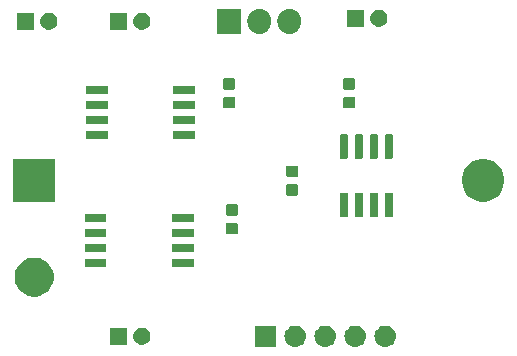
<source format=gbr>
G04 #@! TF.GenerationSoftware,KiCad,Pcbnew,(5.1.2)-2*
G04 #@! TF.CreationDate,2020-08-07T23:42:32+09:00*
G04 #@! TF.ProjectId,IRRemo,49525265-6d6f-42e6-9b69-6361645f7063,rev?*
G04 #@! TF.SameCoordinates,Original*
G04 #@! TF.FileFunction,Soldermask,Top*
G04 #@! TF.FilePolarity,Negative*
%FSLAX46Y46*%
G04 Gerber Fmt 4.6, Leading zero omitted, Abs format (unit mm)*
G04 Created by KiCad (PCBNEW (5.1.2)-2) date 2020-08-07 23:42:32*
%MOMM*%
%LPD*%
G04 APERTURE LIST*
%ADD10C,0.100000*%
G04 APERTURE END LIST*
D10*
G36*
X139302442Y-125343518D02*
G01*
X139368627Y-125350037D01*
X139538466Y-125401557D01*
X139694991Y-125485222D01*
X139727620Y-125512000D01*
X139832186Y-125597814D01*
X139915448Y-125699271D01*
X139944778Y-125735009D01*
X140028443Y-125891534D01*
X140079963Y-126061373D01*
X140097359Y-126238000D01*
X140079963Y-126414627D01*
X140028443Y-126584466D01*
X139944778Y-126740991D01*
X139915448Y-126776729D01*
X139832186Y-126878186D01*
X139740420Y-126953495D01*
X139694991Y-126990778D01*
X139538466Y-127074443D01*
X139368627Y-127125963D01*
X139302442Y-127132482D01*
X139236260Y-127139000D01*
X139147740Y-127139000D01*
X139081558Y-127132482D01*
X139015373Y-127125963D01*
X138845534Y-127074443D01*
X138689009Y-126990778D01*
X138643580Y-126953495D01*
X138551814Y-126878186D01*
X138468552Y-126776729D01*
X138439222Y-126740991D01*
X138355557Y-126584466D01*
X138304037Y-126414627D01*
X138286641Y-126238000D01*
X138304037Y-126061373D01*
X138355557Y-125891534D01*
X138439222Y-125735009D01*
X138468552Y-125699271D01*
X138551814Y-125597814D01*
X138656380Y-125512000D01*
X138689009Y-125485222D01*
X138845534Y-125401557D01*
X139015373Y-125350037D01*
X139081558Y-125343518D01*
X139147740Y-125337000D01*
X139236260Y-125337000D01*
X139302442Y-125343518D01*
X139302442Y-125343518D01*
G37*
G36*
X136762442Y-125343518D02*
G01*
X136828627Y-125350037D01*
X136998466Y-125401557D01*
X137154991Y-125485222D01*
X137187620Y-125512000D01*
X137292186Y-125597814D01*
X137375448Y-125699271D01*
X137404778Y-125735009D01*
X137488443Y-125891534D01*
X137539963Y-126061373D01*
X137557359Y-126238000D01*
X137539963Y-126414627D01*
X137488443Y-126584466D01*
X137404778Y-126740991D01*
X137375448Y-126776729D01*
X137292186Y-126878186D01*
X137200420Y-126953495D01*
X137154991Y-126990778D01*
X136998466Y-127074443D01*
X136828627Y-127125963D01*
X136762442Y-127132482D01*
X136696260Y-127139000D01*
X136607740Y-127139000D01*
X136541558Y-127132482D01*
X136475373Y-127125963D01*
X136305534Y-127074443D01*
X136149009Y-126990778D01*
X136103580Y-126953495D01*
X136011814Y-126878186D01*
X135928552Y-126776729D01*
X135899222Y-126740991D01*
X135815557Y-126584466D01*
X135764037Y-126414627D01*
X135746641Y-126238000D01*
X135764037Y-126061373D01*
X135815557Y-125891534D01*
X135899222Y-125735009D01*
X135928552Y-125699271D01*
X136011814Y-125597814D01*
X136116380Y-125512000D01*
X136149009Y-125485222D01*
X136305534Y-125401557D01*
X136475373Y-125350037D01*
X136541558Y-125343518D01*
X136607740Y-125337000D01*
X136696260Y-125337000D01*
X136762442Y-125343518D01*
X136762442Y-125343518D01*
G37*
G36*
X129933000Y-127139000D02*
G01*
X128131000Y-127139000D01*
X128131000Y-125337000D01*
X129933000Y-125337000D01*
X129933000Y-127139000D01*
X129933000Y-127139000D01*
G37*
G36*
X134222442Y-125343518D02*
G01*
X134288627Y-125350037D01*
X134458466Y-125401557D01*
X134614991Y-125485222D01*
X134647620Y-125512000D01*
X134752186Y-125597814D01*
X134835448Y-125699271D01*
X134864778Y-125735009D01*
X134948443Y-125891534D01*
X134999963Y-126061373D01*
X135017359Y-126238000D01*
X134999963Y-126414627D01*
X134948443Y-126584466D01*
X134864778Y-126740991D01*
X134835448Y-126776729D01*
X134752186Y-126878186D01*
X134660420Y-126953495D01*
X134614991Y-126990778D01*
X134458466Y-127074443D01*
X134288627Y-127125963D01*
X134222442Y-127132482D01*
X134156260Y-127139000D01*
X134067740Y-127139000D01*
X134001558Y-127132482D01*
X133935373Y-127125963D01*
X133765534Y-127074443D01*
X133609009Y-126990778D01*
X133563580Y-126953495D01*
X133471814Y-126878186D01*
X133388552Y-126776729D01*
X133359222Y-126740991D01*
X133275557Y-126584466D01*
X133224037Y-126414627D01*
X133206641Y-126238000D01*
X133224037Y-126061373D01*
X133275557Y-125891534D01*
X133359222Y-125735009D01*
X133388552Y-125699271D01*
X133471814Y-125597814D01*
X133576380Y-125512000D01*
X133609009Y-125485222D01*
X133765534Y-125401557D01*
X133935373Y-125350037D01*
X134001558Y-125343518D01*
X134067740Y-125337000D01*
X134156260Y-125337000D01*
X134222442Y-125343518D01*
X134222442Y-125343518D01*
G37*
G36*
X131682442Y-125343518D02*
G01*
X131748627Y-125350037D01*
X131918466Y-125401557D01*
X132074991Y-125485222D01*
X132107620Y-125512000D01*
X132212186Y-125597814D01*
X132295448Y-125699271D01*
X132324778Y-125735009D01*
X132408443Y-125891534D01*
X132459963Y-126061373D01*
X132477359Y-126238000D01*
X132459963Y-126414627D01*
X132408443Y-126584466D01*
X132324778Y-126740991D01*
X132295448Y-126776729D01*
X132212186Y-126878186D01*
X132120420Y-126953495D01*
X132074991Y-126990778D01*
X131918466Y-127074443D01*
X131748627Y-127125963D01*
X131682442Y-127132482D01*
X131616260Y-127139000D01*
X131527740Y-127139000D01*
X131461558Y-127132482D01*
X131395373Y-127125963D01*
X131225534Y-127074443D01*
X131069009Y-126990778D01*
X131023580Y-126953495D01*
X130931814Y-126878186D01*
X130848552Y-126776729D01*
X130819222Y-126740991D01*
X130735557Y-126584466D01*
X130684037Y-126414627D01*
X130666641Y-126238000D01*
X130684037Y-126061373D01*
X130735557Y-125891534D01*
X130819222Y-125735009D01*
X130848552Y-125699271D01*
X130931814Y-125597814D01*
X131036380Y-125512000D01*
X131069009Y-125485222D01*
X131225534Y-125401557D01*
X131395373Y-125350037D01*
X131461558Y-125343518D01*
X131527740Y-125337000D01*
X131616260Y-125337000D01*
X131682442Y-125343518D01*
X131682442Y-125343518D01*
G37*
G36*
X118657213Y-125515502D02*
G01*
X118728321Y-125522505D01*
X118865172Y-125564019D01*
X118865175Y-125564020D01*
X118991294Y-125631432D01*
X119101843Y-125722157D01*
X119192568Y-125832706D01*
X119259980Y-125958825D01*
X119259981Y-125958828D01*
X119301495Y-126095679D01*
X119315512Y-126238000D01*
X119301495Y-126380321D01*
X119291088Y-126414627D01*
X119259980Y-126517175D01*
X119192568Y-126643294D01*
X119101843Y-126753843D01*
X118991294Y-126844568D01*
X118865175Y-126911980D01*
X118865172Y-126911981D01*
X118728321Y-126953495D01*
X118657213Y-126960498D01*
X118621660Y-126964000D01*
X118550340Y-126964000D01*
X118514787Y-126960498D01*
X118443679Y-126953495D01*
X118306828Y-126911981D01*
X118306825Y-126911980D01*
X118180706Y-126844568D01*
X118070157Y-126753843D01*
X117979432Y-126643294D01*
X117912020Y-126517175D01*
X117880912Y-126414627D01*
X117870505Y-126380321D01*
X117856488Y-126238000D01*
X117870505Y-126095679D01*
X117912019Y-125958828D01*
X117912020Y-125958825D01*
X117979432Y-125832706D01*
X118070157Y-125722157D01*
X118180706Y-125631432D01*
X118306825Y-125564020D01*
X118306828Y-125564019D01*
X118443679Y-125522505D01*
X118514787Y-125515502D01*
X118550340Y-125512000D01*
X118621660Y-125512000D01*
X118657213Y-125515502D01*
X118657213Y-125515502D01*
G37*
G36*
X117312000Y-126964000D02*
G01*
X115860000Y-126964000D01*
X115860000Y-125512000D01*
X117312000Y-125512000D01*
X117312000Y-126964000D01*
X117312000Y-126964000D01*
G37*
G36*
X109849256Y-119621298D02*
G01*
X109955579Y-119642447D01*
X110256042Y-119766903D01*
X110526451Y-119947585D01*
X110756415Y-120177549D01*
X110937097Y-120447958D01*
X111061553Y-120748421D01*
X111125000Y-121067391D01*
X111125000Y-121392609D01*
X111061553Y-121711579D01*
X110937097Y-122012042D01*
X110756415Y-122282451D01*
X110526451Y-122512415D01*
X110256042Y-122693097D01*
X109955579Y-122817553D01*
X109849256Y-122838702D01*
X109636611Y-122881000D01*
X109311389Y-122881000D01*
X109098744Y-122838702D01*
X108992421Y-122817553D01*
X108691958Y-122693097D01*
X108421549Y-122512415D01*
X108191585Y-122282451D01*
X108010903Y-122012042D01*
X107886447Y-121711579D01*
X107823000Y-121392609D01*
X107823000Y-121067391D01*
X107886447Y-120748421D01*
X108010903Y-120447958D01*
X108191585Y-120177549D01*
X108421549Y-119947585D01*
X108691958Y-119766903D01*
X108992421Y-119642447D01*
X109098744Y-119621298D01*
X109311389Y-119579000D01*
X109636611Y-119579000D01*
X109849256Y-119621298D01*
X109849256Y-119621298D01*
G37*
G36*
X122990000Y-120341000D02*
G01*
X121138000Y-120341000D01*
X121138000Y-119689000D01*
X122990000Y-119689000D01*
X122990000Y-120341000D01*
X122990000Y-120341000D01*
G37*
G36*
X115590000Y-120341000D02*
G01*
X113738000Y-120341000D01*
X113738000Y-119689000D01*
X115590000Y-119689000D01*
X115590000Y-120341000D01*
X115590000Y-120341000D01*
G37*
G36*
X115590000Y-119071000D02*
G01*
X113738000Y-119071000D01*
X113738000Y-118419000D01*
X115590000Y-118419000D01*
X115590000Y-119071000D01*
X115590000Y-119071000D01*
G37*
G36*
X122990000Y-119071000D02*
G01*
X121138000Y-119071000D01*
X121138000Y-118419000D01*
X122990000Y-118419000D01*
X122990000Y-119071000D01*
X122990000Y-119071000D01*
G37*
G36*
X115590000Y-117801000D02*
G01*
X113738000Y-117801000D01*
X113738000Y-117149000D01*
X115590000Y-117149000D01*
X115590000Y-117801000D01*
X115590000Y-117801000D01*
G37*
G36*
X122990000Y-117801000D02*
G01*
X121138000Y-117801000D01*
X121138000Y-117149000D01*
X122990000Y-117149000D01*
X122990000Y-117801000D01*
X122990000Y-117801000D01*
G37*
G36*
X126591591Y-116635085D02*
G01*
X126625569Y-116645393D01*
X126656890Y-116662134D01*
X126684339Y-116684661D01*
X126706866Y-116712110D01*
X126723607Y-116743431D01*
X126733915Y-116777409D01*
X126738000Y-116818890D01*
X126738000Y-117420110D01*
X126733915Y-117461591D01*
X126723607Y-117495569D01*
X126706866Y-117526890D01*
X126684339Y-117554339D01*
X126656890Y-117576866D01*
X126625569Y-117593607D01*
X126591591Y-117603915D01*
X126550110Y-117608000D01*
X125873890Y-117608000D01*
X125832409Y-117603915D01*
X125798431Y-117593607D01*
X125767110Y-117576866D01*
X125739661Y-117554339D01*
X125717134Y-117526890D01*
X125700393Y-117495569D01*
X125690085Y-117461591D01*
X125686000Y-117420110D01*
X125686000Y-116818890D01*
X125690085Y-116777409D01*
X125700393Y-116743431D01*
X125717134Y-116712110D01*
X125739661Y-116684661D01*
X125767110Y-116662134D01*
X125798431Y-116645393D01*
X125832409Y-116635085D01*
X125873890Y-116631000D01*
X126550110Y-116631000D01*
X126591591Y-116635085D01*
X126591591Y-116635085D01*
G37*
G36*
X115590000Y-116531000D02*
G01*
X113738000Y-116531000D01*
X113738000Y-115879000D01*
X115590000Y-115879000D01*
X115590000Y-116531000D01*
X115590000Y-116531000D01*
G37*
G36*
X122990000Y-116531000D02*
G01*
X121138000Y-116531000D01*
X121138000Y-115879000D01*
X122990000Y-115879000D01*
X122990000Y-116531000D01*
X122990000Y-116531000D01*
G37*
G36*
X135957928Y-114100764D02*
G01*
X135979009Y-114107160D01*
X135998445Y-114117548D01*
X136015476Y-114131524D01*
X136029452Y-114148555D01*
X136039840Y-114167991D01*
X136046236Y-114189072D01*
X136049000Y-114217140D01*
X136049000Y-116030860D01*
X136046236Y-116058928D01*
X136039840Y-116080009D01*
X136029452Y-116099445D01*
X136015476Y-116116476D01*
X135998445Y-116130452D01*
X135979009Y-116140840D01*
X135957928Y-116147236D01*
X135929860Y-116150000D01*
X135466140Y-116150000D01*
X135438072Y-116147236D01*
X135416991Y-116140840D01*
X135397555Y-116130452D01*
X135380524Y-116116476D01*
X135366548Y-116099445D01*
X135356160Y-116080009D01*
X135349764Y-116058928D01*
X135347000Y-116030860D01*
X135347000Y-114217140D01*
X135349764Y-114189072D01*
X135356160Y-114167991D01*
X135366548Y-114148555D01*
X135380524Y-114131524D01*
X135397555Y-114117548D01*
X135416991Y-114107160D01*
X135438072Y-114100764D01*
X135466140Y-114098000D01*
X135929860Y-114098000D01*
X135957928Y-114100764D01*
X135957928Y-114100764D01*
G37*
G36*
X139767928Y-114100764D02*
G01*
X139789009Y-114107160D01*
X139808445Y-114117548D01*
X139825476Y-114131524D01*
X139839452Y-114148555D01*
X139849840Y-114167991D01*
X139856236Y-114189072D01*
X139859000Y-114217140D01*
X139859000Y-116030860D01*
X139856236Y-116058928D01*
X139849840Y-116080009D01*
X139839452Y-116099445D01*
X139825476Y-116116476D01*
X139808445Y-116130452D01*
X139789009Y-116140840D01*
X139767928Y-116147236D01*
X139739860Y-116150000D01*
X139276140Y-116150000D01*
X139248072Y-116147236D01*
X139226991Y-116140840D01*
X139207555Y-116130452D01*
X139190524Y-116116476D01*
X139176548Y-116099445D01*
X139166160Y-116080009D01*
X139159764Y-116058928D01*
X139157000Y-116030860D01*
X139157000Y-114217140D01*
X139159764Y-114189072D01*
X139166160Y-114167991D01*
X139176548Y-114148555D01*
X139190524Y-114131524D01*
X139207555Y-114117548D01*
X139226991Y-114107160D01*
X139248072Y-114100764D01*
X139276140Y-114098000D01*
X139739860Y-114098000D01*
X139767928Y-114100764D01*
X139767928Y-114100764D01*
G37*
G36*
X138497928Y-114100764D02*
G01*
X138519009Y-114107160D01*
X138538445Y-114117548D01*
X138555476Y-114131524D01*
X138569452Y-114148555D01*
X138579840Y-114167991D01*
X138586236Y-114189072D01*
X138589000Y-114217140D01*
X138589000Y-116030860D01*
X138586236Y-116058928D01*
X138579840Y-116080009D01*
X138569452Y-116099445D01*
X138555476Y-116116476D01*
X138538445Y-116130452D01*
X138519009Y-116140840D01*
X138497928Y-116147236D01*
X138469860Y-116150000D01*
X138006140Y-116150000D01*
X137978072Y-116147236D01*
X137956991Y-116140840D01*
X137937555Y-116130452D01*
X137920524Y-116116476D01*
X137906548Y-116099445D01*
X137896160Y-116080009D01*
X137889764Y-116058928D01*
X137887000Y-116030860D01*
X137887000Y-114217140D01*
X137889764Y-114189072D01*
X137896160Y-114167991D01*
X137906548Y-114148555D01*
X137920524Y-114131524D01*
X137937555Y-114117548D01*
X137956991Y-114107160D01*
X137978072Y-114100764D01*
X138006140Y-114098000D01*
X138469860Y-114098000D01*
X138497928Y-114100764D01*
X138497928Y-114100764D01*
G37*
G36*
X137227928Y-114100764D02*
G01*
X137249009Y-114107160D01*
X137268445Y-114117548D01*
X137285476Y-114131524D01*
X137299452Y-114148555D01*
X137309840Y-114167991D01*
X137316236Y-114189072D01*
X137319000Y-114217140D01*
X137319000Y-116030860D01*
X137316236Y-116058928D01*
X137309840Y-116080009D01*
X137299452Y-116099445D01*
X137285476Y-116116476D01*
X137268445Y-116130452D01*
X137249009Y-116140840D01*
X137227928Y-116147236D01*
X137199860Y-116150000D01*
X136736140Y-116150000D01*
X136708072Y-116147236D01*
X136686991Y-116140840D01*
X136667555Y-116130452D01*
X136650524Y-116116476D01*
X136636548Y-116099445D01*
X136626160Y-116080009D01*
X136619764Y-116058928D01*
X136617000Y-116030860D01*
X136617000Y-114217140D01*
X136619764Y-114189072D01*
X136626160Y-114167991D01*
X136636548Y-114148555D01*
X136650524Y-114131524D01*
X136667555Y-114117548D01*
X136686991Y-114107160D01*
X136708072Y-114100764D01*
X136736140Y-114098000D01*
X137199860Y-114098000D01*
X137227928Y-114100764D01*
X137227928Y-114100764D01*
G37*
G36*
X126591591Y-115060085D02*
G01*
X126625569Y-115070393D01*
X126656890Y-115087134D01*
X126684339Y-115109661D01*
X126706866Y-115137110D01*
X126723607Y-115168431D01*
X126733915Y-115202409D01*
X126738000Y-115243890D01*
X126738000Y-115845110D01*
X126733915Y-115886591D01*
X126723607Y-115920569D01*
X126706866Y-115951890D01*
X126684339Y-115979339D01*
X126656890Y-116001866D01*
X126625569Y-116018607D01*
X126591591Y-116028915D01*
X126550110Y-116033000D01*
X125873890Y-116033000D01*
X125832409Y-116028915D01*
X125798431Y-116018607D01*
X125767110Y-116001866D01*
X125739661Y-115979339D01*
X125717134Y-115951890D01*
X125700393Y-115920569D01*
X125690085Y-115886591D01*
X125686000Y-115845110D01*
X125686000Y-115243890D01*
X125690085Y-115202409D01*
X125700393Y-115168431D01*
X125717134Y-115137110D01*
X125739661Y-115109661D01*
X125767110Y-115087134D01*
X125798431Y-115070393D01*
X125832409Y-115060085D01*
X125873890Y-115056000D01*
X126550110Y-115056000D01*
X126591591Y-115060085D01*
X126591591Y-115060085D01*
G37*
G36*
X111275000Y-114831000D02*
G01*
X107673000Y-114831000D01*
X107673000Y-111229000D01*
X111275000Y-111229000D01*
X111275000Y-114831000D01*
X111275000Y-114831000D01*
G37*
G36*
X147999331Y-111298211D02*
G01*
X148327092Y-111433974D01*
X148622070Y-111631072D01*
X148872928Y-111881930D01*
X149070026Y-112176908D01*
X149205789Y-112504669D01*
X149275000Y-112852616D01*
X149275000Y-113207384D01*
X149205789Y-113555331D01*
X149070026Y-113883092D01*
X148872928Y-114178070D01*
X148622070Y-114428928D01*
X148327092Y-114626026D01*
X147999331Y-114761789D01*
X147651384Y-114831000D01*
X147296616Y-114831000D01*
X146948669Y-114761789D01*
X146620908Y-114626026D01*
X146325930Y-114428928D01*
X146075072Y-114178070D01*
X145877974Y-113883092D01*
X145742211Y-113555331D01*
X145673000Y-113207384D01*
X145673000Y-112852616D01*
X145742211Y-112504669D01*
X145877974Y-112176908D01*
X146075072Y-111881930D01*
X146325930Y-111631072D01*
X146620908Y-111433974D01*
X146948669Y-111298211D01*
X147296616Y-111229000D01*
X147651384Y-111229000D01*
X147999331Y-111298211D01*
X147999331Y-111298211D01*
G37*
G36*
X131697591Y-113359085D02*
G01*
X131731569Y-113369393D01*
X131762890Y-113386134D01*
X131790339Y-113408661D01*
X131812866Y-113436110D01*
X131829607Y-113467431D01*
X131839915Y-113501409D01*
X131844000Y-113542890D01*
X131844000Y-114144110D01*
X131839915Y-114185591D01*
X131829607Y-114219569D01*
X131812866Y-114250890D01*
X131790339Y-114278339D01*
X131762890Y-114300866D01*
X131731569Y-114317607D01*
X131697591Y-114327915D01*
X131656110Y-114332000D01*
X130979890Y-114332000D01*
X130938409Y-114327915D01*
X130904431Y-114317607D01*
X130873110Y-114300866D01*
X130845661Y-114278339D01*
X130823134Y-114250890D01*
X130806393Y-114219569D01*
X130796085Y-114185591D01*
X130792000Y-114144110D01*
X130792000Y-113542890D01*
X130796085Y-113501409D01*
X130806393Y-113467431D01*
X130823134Y-113436110D01*
X130845661Y-113408661D01*
X130873110Y-113386134D01*
X130904431Y-113369393D01*
X130938409Y-113359085D01*
X130979890Y-113355000D01*
X131656110Y-113355000D01*
X131697591Y-113359085D01*
X131697591Y-113359085D01*
G37*
G36*
X131697591Y-111784085D02*
G01*
X131731569Y-111794393D01*
X131762890Y-111811134D01*
X131790339Y-111833661D01*
X131812866Y-111861110D01*
X131829607Y-111892431D01*
X131839915Y-111926409D01*
X131844000Y-111967890D01*
X131844000Y-112569110D01*
X131839915Y-112610591D01*
X131829607Y-112644569D01*
X131812866Y-112675890D01*
X131790339Y-112703339D01*
X131762890Y-112725866D01*
X131731569Y-112742607D01*
X131697591Y-112752915D01*
X131656110Y-112757000D01*
X130979890Y-112757000D01*
X130938409Y-112752915D01*
X130904431Y-112742607D01*
X130873110Y-112725866D01*
X130845661Y-112703339D01*
X130823134Y-112675890D01*
X130806393Y-112644569D01*
X130796085Y-112610591D01*
X130792000Y-112569110D01*
X130792000Y-111967890D01*
X130796085Y-111926409D01*
X130806393Y-111892431D01*
X130823134Y-111861110D01*
X130845661Y-111833661D01*
X130873110Y-111811134D01*
X130904431Y-111794393D01*
X130938409Y-111784085D01*
X130979890Y-111780000D01*
X131656110Y-111780000D01*
X131697591Y-111784085D01*
X131697591Y-111784085D01*
G37*
G36*
X138497928Y-109150764D02*
G01*
X138519009Y-109157160D01*
X138538445Y-109167548D01*
X138555476Y-109181524D01*
X138569452Y-109198555D01*
X138579840Y-109217991D01*
X138586236Y-109239072D01*
X138589000Y-109267140D01*
X138589000Y-111080860D01*
X138586236Y-111108928D01*
X138579840Y-111130009D01*
X138569452Y-111149445D01*
X138555476Y-111166476D01*
X138538445Y-111180452D01*
X138519009Y-111190840D01*
X138497928Y-111197236D01*
X138469860Y-111200000D01*
X138006140Y-111200000D01*
X137978072Y-111197236D01*
X137956991Y-111190840D01*
X137937555Y-111180452D01*
X137920524Y-111166476D01*
X137906548Y-111149445D01*
X137896160Y-111130009D01*
X137889764Y-111108928D01*
X137887000Y-111080860D01*
X137887000Y-109267140D01*
X137889764Y-109239072D01*
X137896160Y-109217991D01*
X137906548Y-109198555D01*
X137920524Y-109181524D01*
X137937555Y-109167548D01*
X137956991Y-109157160D01*
X137978072Y-109150764D01*
X138006140Y-109148000D01*
X138469860Y-109148000D01*
X138497928Y-109150764D01*
X138497928Y-109150764D01*
G37*
G36*
X137227928Y-109150764D02*
G01*
X137249009Y-109157160D01*
X137268445Y-109167548D01*
X137285476Y-109181524D01*
X137299452Y-109198555D01*
X137309840Y-109217991D01*
X137316236Y-109239072D01*
X137319000Y-109267140D01*
X137319000Y-111080860D01*
X137316236Y-111108928D01*
X137309840Y-111130009D01*
X137299452Y-111149445D01*
X137285476Y-111166476D01*
X137268445Y-111180452D01*
X137249009Y-111190840D01*
X137227928Y-111197236D01*
X137199860Y-111200000D01*
X136736140Y-111200000D01*
X136708072Y-111197236D01*
X136686991Y-111190840D01*
X136667555Y-111180452D01*
X136650524Y-111166476D01*
X136636548Y-111149445D01*
X136626160Y-111130009D01*
X136619764Y-111108928D01*
X136617000Y-111080860D01*
X136617000Y-109267140D01*
X136619764Y-109239072D01*
X136626160Y-109217991D01*
X136636548Y-109198555D01*
X136650524Y-109181524D01*
X136667555Y-109167548D01*
X136686991Y-109157160D01*
X136708072Y-109150764D01*
X136736140Y-109148000D01*
X137199860Y-109148000D01*
X137227928Y-109150764D01*
X137227928Y-109150764D01*
G37*
G36*
X135957928Y-109150764D02*
G01*
X135979009Y-109157160D01*
X135998445Y-109167548D01*
X136015476Y-109181524D01*
X136029452Y-109198555D01*
X136039840Y-109217991D01*
X136046236Y-109239072D01*
X136049000Y-109267140D01*
X136049000Y-111080860D01*
X136046236Y-111108928D01*
X136039840Y-111130009D01*
X136029452Y-111149445D01*
X136015476Y-111166476D01*
X135998445Y-111180452D01*
X135979009Y-111190840D01*
X135957928Y-111197236D01*
X135929860Y-111200000D01*
X135466140Y-111200000D01*
X135438072Y-111197236D01*
X135416991Y-111190840D01*
X135397555Y-111180452D01*
X135380524Y-111166476D01*
X135366548Y-111149445D01*
X135356160Y-111130009D01*
X135349764Y-111108928D01*
X135347000Y-111080860D01*
X135347000Y-109267140D01*
X135349764Y-109239072D01*
X135356160Y-109217991D01*
X135366548Y-109198555D01*
X135380524Y-109181524D01*
X135397555Y-109167548D01*
X135416991Y-109157160D01*
X135438072Y-109150764D01*
X135466140Y-109148000D01*
X135929860Y-109148000D01*
X135957928Y-109150764D01*
X135957928Y-109150764D01*
G37*
G36*
X139767928Y-109150764D02*
G01*
X139789009Y-109157160D01*
X139808445Y-109167548D01*
X139825476Y-109181524D01*
X139839452Y-109198555D01*
X139849840Y-109217991D01*
X139856236Y-109239072D01*
X139859000Y-109267140D01*
X139859000Y-111080860D01*
X139856236Y-111108928D01*
X139849840Y-111130009D01*
X139839452Y-111149445D01*
X139825476Y-111166476D01*
X139808445Y-111180452D01*
X139789009Y-111190840D01*
X139767928Y-111197236D01*
X139739860Y-111200000D01*
X139276140Y-111200000D01*
X139248072Y-111197236D01*
X139226991Y-111190840D01*
X139207555Y-111180452D01*
X139190524Y-111166476D01*
X139176548Y-111149445D01*
X139166160Y-111130009D01*
X139159764Y-111108928D01*
X139157000Y-111080860D01*
X139157000Y-109267140D01*
X139159764Y-109239072D01*
X139166160Y-109217991D01*
X139176548Y-109198555D01*
X139190524Y-109181524D01*
X139207555Y-109167548D01*
X139226991Y-109157160D01*
X139248072Y-109150764D01*
X139276140Y-109148000D01*
X139739860Y-109148000D01*
X139767928Y-109150764D01*
X139767928Y-109150764D01*
G37*
G36*
X123100000Y-109546000D02*
G01*
X121248000Y-109546000D01*
X121248000Y-108894000D01*
X123100000Y-108894000D01*
X123100000Y-109546000D01*
X123100000Y-109546000D01*
G37*
G36*
X115700000Y-109546000D02*
G01*
X113848000Y-109546000D01*
X113848000Y-108894000D01*
X115700000Y-108894000D01*
X115700000Y-109546000D01*
X115700000Y-109546000D01*
G37*
G36*
X115700000Y-108276000D02*
G01*
X113848000Y-108276000D01*
X113848000Y-107624000D01*
X115700000Y-107624000D01*
X115700000Y-108276000D01*
X115700000Y-108276000D01*
G37*
G36*
X123100000Y-108276000D02*
G01*
X121248000Y-108276000D01*
X121248000Y-107624000D01*
X123100000Y-107624000D01*
X123100000Y-108276000D01*
X123100000Y-108276000D01*
G37*
G36*
X123100000Y-107006000D02*
G01*
X121248000Y-107006000D01*
X121248000Y-106354000D01*
X123100000Y-106354000D01*
X123100000Y-107006000D01*
X123100000Y-107006000D01*
G37*
G36*
X115700000Y-107006000D02*
G01*
X113848000Y-107006000D01*
X113848000Y-106354000D01*
X115700000Y-106354000D01*
X115700000Y-107006000D01*
X115700000Y-107006000D01*
G37*
G36*
X136523591Y-105967085D02*
G01*
X136557569Y-105977393D01*
X136588890Y-105994134D01*
X136616339Y-106016661D01*
X136638866Y-106044110D01*
X136655607Y-106075431D01*
X136665915Y-106109409D01*
X136670000Y-106150890D01*
X136670000Y-106752110D01*
X136665915Y-106793591D01*
X136655607Y-106827569D01*
X136638866Y-106858890D01*
X136616339Y-106886339D01*
X136588890Y-106908866D01*
X136557569Y-106925607D01*
X136523591Y-106935915D01*
X136482110Y-106940000D01*
X135805890Y-106940000D01*
X135764409Y-106935915D01*
X135730431Y-106925607D01*
X135699110Y-106908866D01*
X135671661Y-106886339D01*
X135649134Y-106858890D01*
X135632393Y-106827569D01*
X135622085Y-106793591D01*
X135618000Y-106752110D01*
X135618000Y-106150890D01*
X135622085Y-106109409D01*
X135632393Y-106075431D01*
X135649134Y-106044110D01*
X135671661Y-106016661D01*
X135699110Y-105994134D01*
X135730431Y-105977393D01*
X135764409Y-105967085D01*
X135805890Y-105963000D01*
X136482110Y-105963000D01*
X136523591Y-105967085D01*
X136523591Y-105967085D01*
G37*
G36*
X126363591Y-105967085D02*
G01*
X126397569Y-105977393D01*
X126428890Y-105994134D01*
X126456339Y-106016661D01*
X126478866Y-106044110D01*
X126495607Y-106075431D01*
X126505915Y-106109409D01*
X126510000Y-106150890D01*
X126510000Y-106752110D01*
X126505915Y-106793591D01*
X126495607Y-106827569D01*
X126478866Y-106858890D01*
X126456339Y-106886339D01*
X126428890Y-106908866D01*
X126397569Y-106925607D01*
X126363591Y-106935915D01*
X126322110Y-106940000D01*
X125645890Y-106940000D01*
X125604409Y-106935915D01*
X125570431Y-106925607D01*
X125539110Y-106908866D01*
X125511661Y-106886339D01*
X125489134Y-106858890D01*
X125472393Y-106827569D01*
X125462085Y-106793591D01*
X125458000Y-106752110D01*
X125458000Y-106150890D01*
X125462085Y-106109409D01*
X125472393Y-106075431D01*
X125489134Y-106044110D01*
X125511661Y-106016661D01*
X125539110Y-105994134D01*
X125570431Y-105977393D01*
X125604409Y-105967085D01*
X125645890Y-105963000D01*
X126322110Y-105963000D01*
X126363591Y-105967085D01*
X126363591Y-105967085D01*
G37*
G36*
X123100000Y-105736000D02*
G01*
X121248000Y-105736000D01*
X121248000Y-105084000D01*
X123100000Y-105084000D01*
X123100000Y-105736000D01*
X123100000Y-105736000D01*
G37*
G36*
X115700000Y-105736000D02*
G01*
X113848000Y-105736000D01*
X113848000Y-105084000D01*
X115700000Y-105084000D01*
X115700000Y-105736000D01*
X115700000Y-105736000D01*
G37*
G36*
X136523591Y-104392085D02*
G01*
X136557569Y-104402393D01*
X136588890Y-104419134D01*
X136616339Y-104441661D01*
X136638866Y-104469110D01*
X136655607Y-104500431D01*
X136665915Y-104534409D01*
X136670000Y-104575890D01*
X136670000Y-105177110D01*
X136665915Y-105218591D01*
X136655607Y-105252569D01*
X136638866Y-105283890D01*
X136616339Y-105311339D01*
X136588890Y-105333866D01*
X136557569Y-105350607D01*
X136523591Y-105360915D01*
X136482110Y-105365000D01*
X135805890Y-105365000D01*
X135764409Y-105360915D01*
X135730431Y-105350607D01*
X135699110Y-105333866D01*
X135671661Y-105311339D01*
X135649134Y-105283890D01*
X135632393Y-105252569D01*
X135622085Y-105218591D01*
X135618000Y-105177110D01*
X135618000Y-104575890D01*
X135622085Y-104534409D01*
X135632393Y-104500431D01*
X135649134Y-104469110D01*
X135671661Y-104441661D01*
X135699110Y-104419134D01*
X135730431Y-104402393D01*
X135764409Y-104392085D01*
X135805890Y-104388000D01*
X136482110Y-104388000D01*
X136523591Y-104392085D01*
X136523591Y-104392085D01*
G37*
G36*
X126363591Y-104392085D02*
G01*
X126397569Y-104402393D01*
X126428890Y-104419134D01*
X126456339Y-104441661D01*
X126478866Y-104469110D01*
X126495607Y-104500431D01*
X126505915Y-104534409D01*
X126510000Y-104575890D01*
X126510000Y-105177110D01*
X126505915Y-105218591D01*
X126495607Y-105252569D01*
X126478866Y-105283890D01*
X126456339Y-105311339D01*
X126428890Y-105333866D01*
X126397569Y-105350607D01*
X126363591Y-105360915D01*
X126322110Y-105365000D01*
X125645890Y-105365000D01*
X125604409Y-105360915D01*
X125570431Y-105350607D01*
X125539110Y-105333866D01*
X125511661Y-105311339D01*
X125489134Y-105283890D01*
X125472393Y-105252569D01*
X125462085Y-105218591D01*
X125458000Y-105177110D01*
X125458000Y-104575890D01*
X125462085Y-104534409D01*
X125472393Y-104500431D01*
X125489134Y-104469110D01*
X125511661Y-104441661D01*
X125539110Y-104419134D01*
X125570431Y-104402393D01*
X125604409Y-104392085D01*
X125645890Y-104388000D01*
X126322110Y-104388000D01*
X126363591Y-104392085D01*
X126363591Y-104392085D01*
G37*
G36*
X131260719Y-98531520D02*
G01*
X131449880Y-98588901D01*
X131449883Y-98588902D01*
X131542333Y-98638318D01*
X131624212Y-98682083D01*
X131777015Y-98807485D01*
X131902417Y-98960288D01*
X131995599Y-99134619D01*
X132052980Y-99323780D01*
X132067500Y-99471206D01*
X132067500Y-99664793D01*
X132052980Y-99812219D01*
X131995599Y-100001380D01*
X131995598Y-100001383D01*
X131951522Y-100083843D01*
X131902417Y-100175712D01*
X131777015Y-100328515D01*
X131624212Y-100453917D01*
X131449881Y-100547099D01*
X131260720Y-100604480D01*
X131064000Y-100623855D01*
X130867281Y-100604480D01*
X130678120Y-100547099D01*
X130503788Y-100453917D01*
X130350985Y-100328515D01*
X130225583Y-100175712D01*
X130132401Y-100001381D01*
X130075020Y-99812220D01*
X130060500Y-99664794D01*
X130060500Y-99471207D01*
X130075020Y-99323781D01*
X130132401Y-99134620D01*
X130132402Y-99134617D01*
X130185742Y-99034825D01*
X130225583Y-98960288D01*
X130350985Y-98807485D01*
X130503788Y-98682083D01*
X130678119Y-98588901D01*
X130867280Y-98531520D01*
X131064000Y-98512145D01*
X131260719Y-98531520D01*
X131260719Y-98531520D01*
G37*
G36*
X128720719Y-98531520D02*
G01*
X128909880Y-98588901D01*
X128909883Y-98588902D01*
X129002333Y-98638318D01*
X129084212Y-98682083D01*
X129237015Y-98807485D01*
X129362417Y-98960288D01*
X129455599Y-99134619D01*
X129512980Y-99323780D01*
X129527500Y-99471206D01*
X129527500Y-99664793D01*
X129512980Y-99812219D01*
X129455599Y-100001380D01*
X129455598Y-100001383D01*
X129411522Y-100083843D01*
X129362417Y-100175712D01*
X129237015Y-100328515D01*
X129084212Y-100453917D01*
X128909881Y-100547099D01*
X128720720Y-100604480D01*
X128524000Y-100623855D01*
X128327281Y-100604480D01*
X128138120Y-100547099D01*
X127963788Y-100453917D01*
X127810985Y-100328515D01*
X127685583Y-100175712D01*
X127592401Y-100001381D01*
X127535020Y-99812220D01*
X127520500Y-99664794D01*
X127520500Y-99471207D01*
X127535020Y-99323781D01*
X127592401Y-99134620D01*
X127592402Y-99134617D01*
X127645742Y-99034825D01*
X127685583Y-98960288D01*
X127810985Y-98807485D01*
X127963788Y-98682083D01*
X128138119Y-98588901D01*
X128327280Y-98531520D01*
X128524000Y-98512145D01*
X128720719Y-98531520D01*
X128720719Y-98531520D01*
G37*
G36*
X126987500Y-100619000D02*
G01*
X124980500Y-100619000D01*
X124980500Y-98517000D01*
X126987500Y-98517000D01*
X126987500Y-100619000D01*
X126987500Y-100619000D01*
G37*
G36*
X110783213Y-98845502D02*
G01*
X110854321Y-98852505D01*
X110991172Y-98894019D01*
X110991175Y-98894020D01*
X111117294Y-98961432D01*
X111227843Y-99052157D01*
X111318568Y-99162706D01*
X111385980Y-99288825D01*
X111385981Y-99288828D01*
X111427495Y-99425679D01*
X111441512Y-99568000D01*
X111427495Y-99710321D01*
X111396584Y-99812218D01*
X111385980Y-99847175D01*
X111318568Y-99973294D01*
X111227843Y-100083843D01*
X111117294Y-100174568D01*
X110991175Y-100241980D01*
X110991172Y-100241981D01*
X110854321Y-100283495D01*
X110783213Y-100290498D01*
X110747660Y-100294000D01*
X110676340Y-100294000D01*
X110640787Y-100290498D01*
X110569679Y-100283495D01*
X110432828Y-100241981D01*
X110432825Y-100241980D01*
X110306706Y-100174568D01*
X110196157Y-100083843D01*
X110105432Y-99973294D01*
X110038020Y-99847175D01*
X110027416Y-99812218D01*
X109996505Y-99710321D01*
X109982488Y-99568000D01*
X109996505Y-99425679D01*
X110038019Y-99288828D01*
X110038020Y-99288825D01*
X110105432Y-99162706D01*
X110196157Y-99052157D01*
X110306706Y-98961432D01*
X110432825Y-98894020D01*
X110432828Y-98894019D01*
X110569679Y-98852505D01*
X110640787Y-98845502D01*
X110676340Y-98842000D01*
X110747660Y-98842000D01*
X110783213Y-98845502D01*
X110783213Y-98845502D01*
G37*
G36*
X117312000Y-100294000D02*
G01*
X115860000Y-100294000D01*
X115860000Y-98842000D01*
X117312000Y-98842000D01*
X117312000Y-100294000D01*
X117312000Y-100294000D01*
G37*
G36*
X109438000Y-100294000D02*
G01*
X107986000Y-100294000D01*
X107986000Y-98842000D01*
X109438000Y-98842000D01*
X109438000Y-100294000D01*
X109438000Y-100294000D01*
G37*
G36*
X118657213Y-98845502D02*
G01*
X118728321Y-98852505D01*
X118865172Y-98894019D01*
X118865175Y-98894020D01*
X118991294Y-98961432D01*
X119101843Y-99052157D01*
X119192568Y-99162706D01*
X119259980Y-99288825D01*
X119259981Y-99288828D01*
X119301495Y-99425679D01*
X119315512Y-99568000D01*
X119301495Y-99710321D01*
X119270584Y-99812218D01*
X119259980Y-99847175D01*
X119192568Y-99973294D01*
X119101843Y-100083843D01*
X118991294Y-100174568D01*
X118865175Y-100241980D01*
X118865172Y-100241981D01*
X118728321Y-100283495D01*
X118657213Y-100290498D01*
X118621660Y-100294000D01*
X118550340Y-100294000D01*
X118514787Y-100290498D01*
X118443679Y-100283495D01*
X118306828Y-100241981D01*
X118306825Y-100241980D01*
X118180706Y-100174568D01*
X118070157Y-100083843D01*
X117979432Y-99973294D01*
X117912020Y-99847175D01*
X117901416Y-99812218D01*
X117870505Y-99710321D01*
X117856488Y-99568000D01*
X117870505Y-99425679D01*
X117912019Y-99288828D01*
X117912020Y-99288825D01*
X117979432Y-99162706D01*
X118070157Y-99052157D01*
X118180706Y-98961432D01*
X118306825Y-98894020D01*
X118306828Y-98894019D01*
X118443679Y-98852505D01*
X118514787Y-98845502D01*
X118550340Y-98842000D01*
X118621660Y-98842000D01*
X118657213Y-98845502D01*
X118657213Y-98845502D01*
G37*
G36*
X137378000Y-100040000D02*
G01*
X135926000Y-100040000D01*
X135926000Y-98588000D01*
X137378000Y-98588000D01*
X137378000Y-100040000D01*
X137378000Y-100040000D01*
G37*
G36*
X138723213Y-98591502D02*
G01*
X138794321Y-98598505D01*
X138931172Y-98640019D01*
X138931175Y-98640020D01*
X139057294Y-98707432D01*
X139167843Y-98798157D01*
X139258568Y-98908706D01*
X139325980Y-99034825D01*
X139325981Y-99034828D01*
X139367495Y-99171679D01*
X139381512Y-99314000D01*
X139367495Y-99456321D01*
X139362979Y-99471207D01*
X139325980Y-99593175D01*
X139258568Y-99719294D01*
X139167843Y-99829843D01*
X139057294Y-99920568D01*
X138931175Y-99987980D01*
X138931172Y-99987981D01*
X138794321Y-100029495D01*
X138723213Y-100036498D01*
X138687660Y-100040000D01*
X138616340Y-100040000D01*
X138580787Y-100036498D01*
X138509679Y-100029495D01*
X138372828Y-99987981D01*
X138372825Y-99987980D01*
X138246706Y-99920568D01*
X138136157Y-99829843D01*
X138045432Y-99719294D01*
X137978020Y-99593175D01*
X137941021Y-99471207D01*
X137936505Y-99456321D01*
X137922488Y-99314000D01*
X137936505Y-99171679D01*
X137978019Y-99034828D01*
X137978020Y-99034825D01*
X138045432Y-98908706D01*
X138136157Y-98798157D01*
X138246706Y-98707432D01*
X138372825Y-98640020D01*
X138372828Y-98640019D01*
X138509679Y-98598505D01*
X138580787Y-98591502D01*
X138616340Y-98588000D01*
X138687660Y-98588000D01*
X138723213Y-98591502D01*
X138723213Y-98591502D01*
G37*
M02*

</source>
